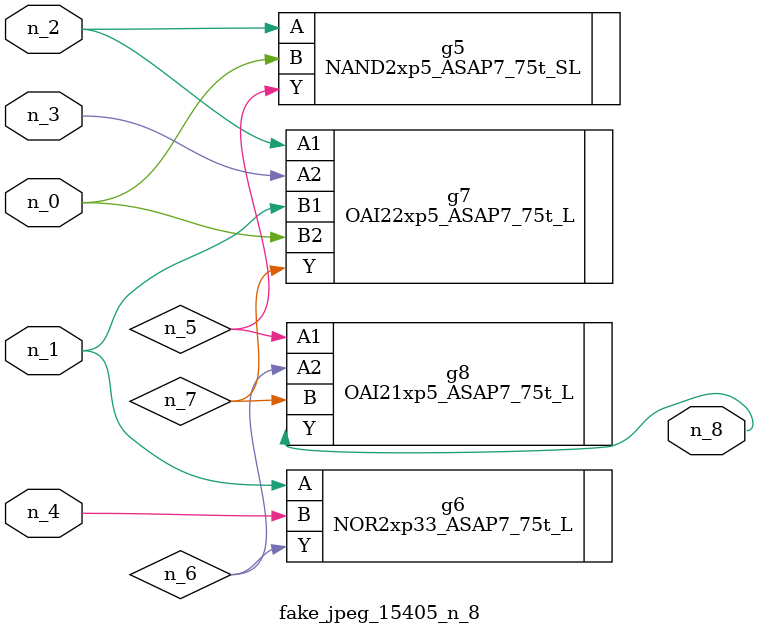
<source format=v>
module fake_jpeg_15405_n_8 (n_3, n_2, n_1, n_0, n_4, n_8);

input n_3;
input n_2;
input n_1;
input n_0;
input n_4;

output n_8;

wire n_6;
wire n_5;
wire n_7;

NAND2xp5_ASAP7_75t_SL g5 ( 
.A(n_2),
.B(n_0),
.Y(n_5)
);

NOR2xp33_ASAP7_75t_L g6 ( 
.A(n_1),
.B(n_4),
.Y(n_6)
);

OAI22xp5_ASAP7_75t_L g7 ( 
.A1(n_2),
.A2(n_3),
.B1(n_1),
.B2(n_0),
.Y(n_7)
);

OAI21xp5_ASAP7_75t_L g8 ( 
.A1(n_5),
.A2(n_6),
.B(n_7),
.Y(n_8)
);


endmodule
</source>
